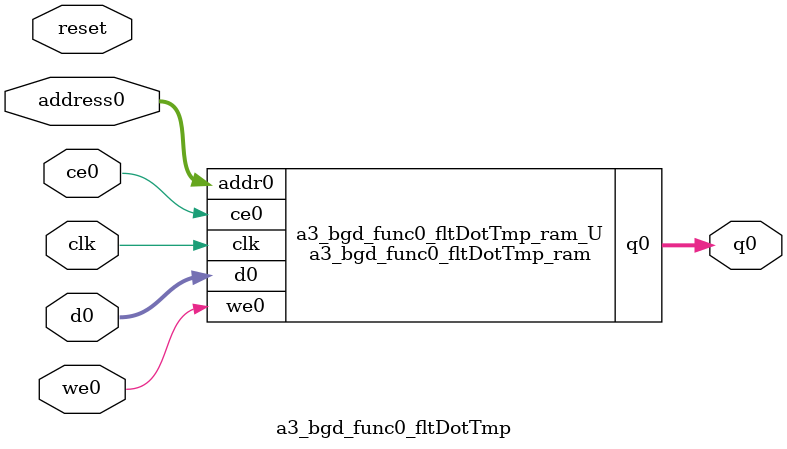
<source format=v>
`timescale 1 ns / 1 ps
module a3_bgd_func0_fltDotTmp_ram (addr0, ce0, d0, we0, q0,  clk);

parameter DWIDTH = 32;
parameter AWIDTH = 3;
parameter MEM_SIZE = 5;

input[AWIDTH-1:0] addr0;
input ce0;
input[DWIDTH-1:0] d0;
input we0;
output reg[DWIDTH-1:0] q0;
input clk;

(* ram_style = "distributed" *)reg [DWIDTH-1:0] ram[0:MEM_SIZE-1];




always @(posedge clk)  
begin 
    if (ce0) 
    begin
        if (we0) 
        begin 
            ram[addr0] <= d0; 
        end 
        q0 <= ram[addr0];
    end
end


endmodule

`timescale 1 ns / 1 ps
module a3_bgd_func0_fltDotTmp(
    reset,
    clk,
    address0,
    ce0,
    we0,
    d0,
    q0);

parameter DataWidth = 32'd32;
parameter AddressRange = 32'd5;
parameter AddressWidth = 32'd3;
input reset;
input clk;
input[AddressWidth - 1:0] address0;
input ce0;
input we0;
input[DataWidth - 1:0] d0;
output[DataWidth - 1:0] q0;



a3_bgd_func0_fltDotTmp_ram a3_bgd_func0_fltDotTmp_ram_U(
    .clk( clk ),
    .addr0( address0 ),
    .ce0( ce0 ),
    .we0( we0 ),
    .d0( d0 ),
    .q0( q0 ));

endmodule


</source>
